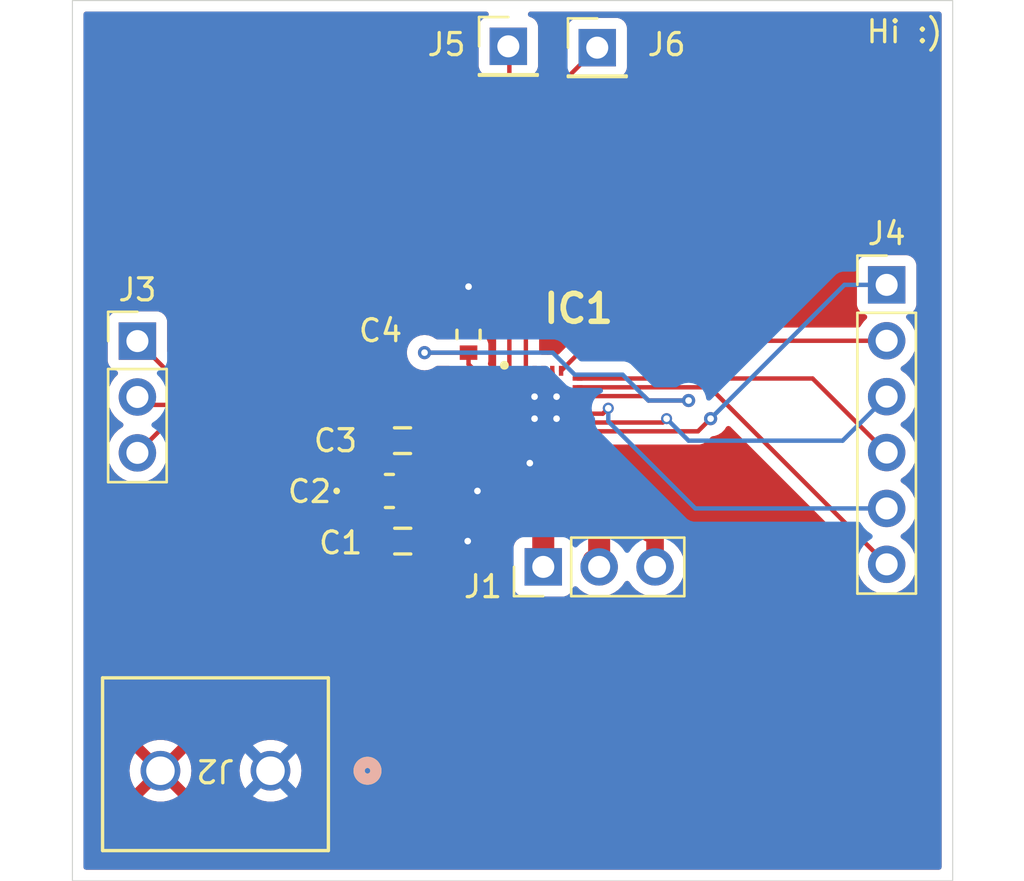
<source format=kicad_pcb>
(kicad_pcb (version 20240108) (generator "pcbnew") (generator_version "8.0")
  (title_block (title "BLDC Motor Driver") (date "2024-07-28") (rev "0"))
  (layers (0 "F.Cu" signal) (31 "B.Cu" signal) (34 "B.Paste" user) (35 "F.Paste" user) (36 "B.SilkS" user "B.Silkscreen") (37 "F.SilkS" user "F.Silkscreen") (38 "B.Mask" user) (39 "F.Mask" user) (44 "Edge.Cuts" user))
  (net 0 "")
  (net 1 "+12V")
  (net 2 "GND")
  (net 3 "/CP")
  (net 4 "+3.3V")
  (net 5 "/NSLEEP")
  (net 6 "/SOC")
  (net 7 "/INLC")
  (net 8 "/NFAULT")
  (net 9 "/OUTA")
  (net 10 "/OUTB")
  (net 11 "/INLA")
  (net 12 "/OUTC")
  (net 13 "/INHB")
  (net 14 "/INHA")
  (net 15 "/INLB")
  (net 16 "/INHC")
  (net 17 "/SOA")
  (net 18 "/SOB")
  (footprint "footprints:CAP_CL21_SAM-M" (layer "F.Cu") (at 144.404807 92.285745)
    (property "Reference" "C2" (at -3.629993 0.022998 0) (layer "F.SilkS"))
    (property "Value" "10 uF")
    (fp_line (start -0.183151 0.752) (end 0.183151 0.752) (stroke (width 0.1524)) (layer "F.SilkS"))
    (fp_line (start 0.183151 -0.752) (end -0.183151 -0.752) (stroke (width 0.1524)) (layer "F.SilkS"))
    (fp_circle (center -2.397 0) (end -2.3208 0) (stroke (width 0.1524)) (fill none) (layer "F.SilkS"))
    (pad "1" smd rect (at -1.0294 0) (size 1.0588 1.3008) (layers "F.Cu" "F.Paste" "F.Mask") (net 1 "+12V"))
    (pad "2" smd rect (at 1.0294 0) (size 1.0588 1.3008) (layers "F.Cu" "F.Paste" "F.Mask") (net 2 "GND"))
    (zone (net 0) (net_name "") (layer "F.Cu") (connect_pads (clearance 0)) (min_thickness 0.254)
      (keepout (tracks not_allowed) (vias not_allowed) (pads allowed) (copperpour not_allowed) (footprints allowed))
      (fill (thermal_gap 0.508) (thermal_bridge_width 0.508))
      (polygon (pts (xy 143.955607 91.711545) (xy 144.854007 91.711545) (xy 144.854007 92.859945) (xy 143.955607 92.859945)))
    )
  )
  (footprint "Connector_PinHeader_2.54mm:PinHeader_1x03_P2.54mm_Vertical" (layer "F.Cu") (at 151.395693 95.735515 90)
    (property "Reference" "J1" (at -0.896351 -2.740659 180) (layer "F.SilkS"))
    (property "Value" "Conn_01x03_Pin")
    (fp_line (start -1.33 -1.33) (end 0 -1.33) (stroke (width 0.12)) (layer "F.SilkS"))
    (fp_line (start -1.33 0) (end -1.33 -1.33) (stroke (width 0.12)) (layer "F.SilkS"))
    (fp_line (start 1.33 1.27) (end 1.33 6.41) (stroke (width 0.12)) (layer "F.SilkS"))
    (fp_line (start -1.33 1.27) (end 1.33 1.27) (stroke (width 0.12)) (layer "F.SilkS"))
    (fp_line (start -1.33 1.27) (end -1.33 6.41) (stroke (width 0.12)) (layer "F.SilkS"))
    (fp_line (start -1.33 6.41) (end 1.33 6.41) (stroke (width 0.12)) (layer "F.SilkS"))
    (pad "1" thru_hole rect (at 0 0 90) (size 1.7 1.7) (drill 1) (layers "*.Cu" "*.Mask") (net 9 "/OUTA"))
    (pad "2" thru_hole oval (at 0 2.54 90) (size 1.7 1.7) (drill 1) (layers "*.Cu" "*.Mask") (net 10 "/OUTB"))
    (pad "3" thru_hole oval (at 0 5.08 90) (size 1.7 1.7) (drill 1) (layers "*.Cu" "*.Mask") (net 12 "/OUTC"))
  )
  (footprint "Connector_PinHeader_2.54mm:PinHeader_1x01_P2.54mm_Vertical" (layer "F.Cu") (at 149.80824 72.080333)
    (property "Reference" "J5" (at -2.80824 -0.080333 0) (layer "F.SilkS"))
    (property "Value" "Conn_01x01_Pin")
    (fp_line (start -1.33 -1.33) (end 0 -1.33) (stroke (width 0.12)) (layer "F.SilkS"))
    (fp_line (start -1.33 0) (end -1.33 -1.33) (stroke (width 0.12)) (layer "F.SilkS"))
    (fp_line (start -1.33 1.27) (end -1.33 1.33) (stroke (width 0.12)) (layer "F.SilkS"))
    (fp_line (start -1.33 1.27) (end 1.33 1.27) (stroke (width 0.12)) (layer "F.SilkS"))
    (fp_line (start -1.33 1.33) (end 1.33 1.33) (stroke (width 0.12)) (layer "F.SilkS"))
    (fp_line (start 1.33 1.27) (end 1.33 1.33) (stroke (width 0.12)) (layer "F.SilkS"))
    (pad "1" thru_hole rect (at 0 0) (size 1.7 1.7) (drill 1) (layers "*.Cu" "*.Mask") (net 8 "/NFAULT"))
  )
  (footprint "footprints:C0603X5R160-104MNP" (layer "F.Cu") (at 145 90 180)
    (property "Reference" "C3" (at 3.0475 0 0) (layer "F.SilkS"))
    (property "Value" "0.1 uF")
    (fp_line (start 0.36555 -0.5842) (end -0.36555 -0.5842) (stroke (width 0.1524)) (layer "F.SilkS"))
    (fp_line (start -0.36555 0.5842) (end 0.36555 0.5842) (stroke (width 0.1524)) (layer "F.SilkS"))
    (pad "1" smd rect (at -0.9525 0 180) (size 0.5588 0.9144) (layers "F.Cu" "F.Paste" "F.Mask") (net 3 "/CP"))
    (pad "2" smd rect (at 0.9525 0 180) (size 0.5588 0.9144) (layers "F.Cu" "F.Paste" "F.Mask") (net 1 "+12V"))
    (zone (net 0) (net_name "") (layer "F.Cu") (connect_pads (clearance 0)) (min_thickness 0.254)
      (keepout (tracks not_allowed) (vias not_allowed) (pads allowed) (copperpour not_allowed) (footprints allowed))
      (fill (thermal_gap 0.508) (thermal_bridge_width 0.508))
      (polygon (pts (xy 145.6223 90.4064) (xy 144.3777 90.4064) (xy 144.3777 89.5936) (xy 145.6223 89.5936)))
    )
  )
  (footprint "Connector_PinHeader_2.54mm:PinHeader_1x06_P2.54mm_Vertical" (layer "F.Cu") (at 167 82.92)
    (property "Reference" "J4" (at 0 -2.33 0) (layer "F.SilkS"))
    (property "Value" "Conn_01x06_Pin")
    (fp_line (start -1.33 -1.33) (end 0 -1.33) (stroke (width 0.12)) (layer "F.SilkS"))
    (fp_line (start -1.33 0) (end -1.33 -1.33) (stroke (width 0.12)) (layer "F.SilkS"))
    (fp_line (start -1.33 1.27) (end -1.33 14.03) (stroke (width 0.12)) (layer "F.SilkS"))
    (fp_line (start -1.33 1.27) (end 1.33 1.27) (stroke (width 0.12)) (layer "F.SilkS"))
    (fp_line (start -1.33 14.03) (end 1.33 14.03) (stroke (width 0.12)) (layer "F.SilkS"))
    (fp_line (start 1.33 1.27) (end 1.33 14.03) (stroke (width 0.12)) (layer "F.SilkS"))
    (pad "1" thru_hole rect (at 0 0) (size 1.7 1.7) (drill 1) (layers "*.Cu" "*.Mask") (net 16 "/INHC"))
    (pad "2" thru_hole oval (at 0 2.54) (size 1.7 1.7) (drill 1) (layers "*.Cu" "*.Mask") (net 7 "/INLC"))
    (pad "3" thru_hole oval (at 0 5.08) (size 1.7 1.7) (drill 1) (layers "*.Cu" "*.Mask") (net 13 "/INHB"))
    (pad "4" thru_hole oval (at 0 7.62) (size 1.7 1.7) (drill 1) (layers "*.Cu" "*.Mask") (net 15 "/INLB"))
    (pad "5" thru_hole oval (at 0 10.16) (size 1.7 1.7) (drill 1) (layers "*.Cu" "*.Mask") (net 14 "/INHA"))
    (pad "6" thru_hole oval (at 0 12.7) (size 1.7 1.7) (drill 1) (layers "*.Cu" "*.Mask") (net 11 "/INLA"))
  )
  (footprint "footprints:C0603X5R160-104MNP" (layer "F.Cu") (at 145.010221 94.564362)
    (property "Reference" "C1" (at -2.820116 0.07961 0) (layer "F.SilkS"))
    (property "Value" "0.1 uF")
    (fp_line (start -0.36555 0.5842) (end 0.36555 0.5842) (stroke (width 0.1524)) (layer "F.SilkS"))
    (fp_line (start 0.36555 -0.5842) (end -0.36555 -0.5842) (stroke (width 0.1524)) (layer "F.SilkS"))
    (pad "1" smd rect (at -0.9525 0) (size 0.5588 0.9144) (layers "F.Cu" "F.Paste" "F.Mask") (net 1 "+12V"))
    (pad "2" smd rect (at 0.9525 0) (size 0.5588 0.9144) (layers "F.Cu" "F.Paste" "F.Mask") (net 2 "GND"))
    (zone (net 0) (net_name "") (layer "F.Cu") (connect_pads (clearance 0)) (min_thickness 0.254)
      (keepout (tracks not_allowed) (vias not_allowed) (pads allowed) (copperpour not_allowed) (footprints allowed))
      (fill (thermal_gap 0.508) (thermal_bridge_width 0.508))
      (polygon (pts (xy 144.387921 94.157962) (xy 145.632521 94.157962) (xy 145.632521 94.970762) (xy 144.387921 94.970762)))
    )
  )
  (footprint "footprints:CAP_CL10_SAM" (layer "F.Cu") (at 148 85.1722 90)
    (property "Reference" "C4" (at 0.1722 -4 0) (layer "F.SilkS"))
    (property "Value" "4.7uF")
    (fp_line (start 0.19245 -0.527) (end -0.19245 -0.527) (stroke (width 0.1524)) (layer "F.SilkS"))
    (fp_line (start -0.19245 0.527) (end 0.19245 0.527) (stroke (width 0.1524)) (layer "F.SilkS"))
    (pad "1" smd rect (at -0.8278 0 90) (size 0.6556 0.8) (layers "F.Cu" "F.Paste" "F.Mask") (net 4 "+3.3V"))
    (pad "2" smd rect (at 0.8278 0 90) (size 0.6556 0.8) (layers "F.Cu" "F.Paste" "F.Mask") (net 2 "GND"))
    (zone (net 0) (net_name "") (layer "F.Cu") (connect_pads (clearance 0)) (min_thickness 0.254)
      (keepout (tracks not_allowed) (vias not_allowed) (pads allowed) (copperpour not_allowed) (footprints allowed))
      (fill (thermal_gap 0.508) (thermal_bridge_width 0.508))
      (polygon (pts (xy 147.6508 85.6214) (xy 147.6508 84.723) (xy 148.3492 84.723) (xy 148.3492 85.6214)))
    )
  )
  (footprint "footprints:DRV8311HRRWR" (layer "F.Cu") (at 151.405 88.375)
    (property "Reference" "IC1" (at 1.595 -4.375 0) (layer "F.SilkS") (effects (font (size 1.27 1.27) (thickness 0.254))))
    (property "Value" "DRV8311HRRWR" (hide yes))
    (fp_circle (center -1.775 -1.8) (end -1.775 -1.7) (stroke (width 0.2)) (fill none) (layer "F.SilkS"))
    (pad "1" smd rect (at -1.55 -1.2 90) (size 0.2 0.45) (layers "F.Cu" "F.Paste" "F.Mask") (net 8 "/NFAULT"))
    (pad "2" smd rect (at -1.55 -0.8 90) (size 0.2 0.45) (layers "F.Cu" "F.Paste" "F.Mask") (net 4 "+3.3V"))
    (pad "3" smd rect (at -1.55 -0.4 90) (size 0.2 0.45) (layers "F.Cu" "F.Paste" "F.Mask") (net 17 "/SOA"))
    (pad "4" smd rect (at -1.55 0 90) (size 0.2 0.45) (layers "F.Cu" "F.Paste" "F.Mask") (net 18 "/SOB"))
    (pad "5" smd rect (at -1.55 0.4 90) (size 0.2 0.45) (layers "F.Cu" "F.Paste" "F.Mask") (net 6 "/SOC"))
    (pad "6" smd rect (at -1.55 0.8 90) (size 0.2 0.45) (layers "F.Cu" "F.Paste" "F.Mask") (net 3 "/CP"))
    (pad "7" smd rect (at -1.55 1.2 90) (size 0.2 0.45) (layers "F.Cu" "F.Paste" "F.Mask") (net 1 "+12V"))
    (pad "8" smd rect (at -0.8 1.55) (size 0.2 0.45) (layers "F.Cu" "F.Paste" "F.Mask") (net 1 "+12V"))
    (pad "9" smd rect (at -0.4 1.55) (size 0.2 0.45) (layers "F.Cu" "F.Paste" "F.Mask") (net 2 "GND"))
    (pad "10" smd rect (at 0 1.55) (size 0.2 0.45) (layers "F.Cu" "F.Paste" "F.Mask") (net 9 "/OUTA"))
    (pad "11" smd rect (at 0.4 1.55) (size 0.2 0.45) (layers "F.Cu" "F.Paste" "F.Mask") (net 10 "/OUTB"))
    (pad "12" smd rect (at 0.8 1.55) (size 0.2 0.45) (layers "F.Cu" "F.Paste" "F.Mask") (net 12 "/OUTC"))
    (pad "13" smd rect (at 1.55 1.2 90) (size 0.2 0.45) (layers "F.Cu" "F.Paste" "F.Mask") (net 16 "/INHC"))
    (pad "14" smd rect (at 1.55 0.8 90) (size 0.2 0.45) (layers "F.Cu" "F.Paste" "F.Mask") (net 13 "/INHB"))
    (pad "15" smd rect (at 1.55 0.4 90) (size 0.2 0.45) (layers "F.Cu" "F.Paste" "F.Mask") (net 14 "/INHA"))
    (pad "16" smd rect (at 1.55 0 90) (size 0.2 0.45) (layers "F.Cu" "F.Paste" "F.Mask") (net 2 "GND"))
    (pad "17" smd rect (at 1.55 -0.4 90) (size 0.2 0.45) (layers "F.Cu" "F.Paste" "F.Mask") (net 4 "+3.3V"))
    (pad "18" smd rect (at 1.55 -0.8 90) (size 0.2 0.45) (layers "F.Cu" "F.Paste" "F.Mask") (net 11 "/INLA"))
    (pad "19" smd rect (at 1.55 -1.2 90) (size 0.2 0.45) (layers "F.Cu" "F.Paste" "F.Mask") (net 15 "/INLB"))
    (pad "20" smd rect (at 0.8 -1.55) (size 0.2 0.45) (layers "F.Cu" "F.Paste" "F.Mask") (net 7 "/INLC"))
    (pad "21" smd rect (at 0.4 -1.55) (size 0.2 0.45) (layers "F.Cu" "F.Paste" "F.Mask") (net 2 "GND"))
    (pad "22" smd rect (at 0 -1.55) (size 0.2 0.45) (layers "F.Cu" "F.Paste" "F.Mask") (net 2 "GND"))
    (pad "23" smd rect (at -0.4 -1.55) (size 0.2 0.45) (layers "F.Cu" "F.Paste" "F.Mask") (net 2 "GND"))
    (pad "24" smd rect (at -0.8 -1.55) (size 0.2 0.45) (layers "F.Cu" "F.Paste" "F.Mask") (net 5 "/NSLEEP"))
    (pad "25" smd rect (at 0 0) (size 1.95 1.95) (layers "F.Cu" "F.Paste" "F.Mask") (net 2 "GND"))
  )
  (footprint "footprints:CONN2_710002_WRE" (layer "F.Cu") (at 139 105 180)
    (property "Reference" "J2" (at 2.5 0 180) (layer "F.SilkS"))
    (property "Value" "Screw_Terminal_01x02")
    (fp_circle (center -4.4088 0) (end -4.0278 0) (stroke (width 0.508)) (fill none) (layer "B.SilkS"))
    (fp_line (start 7.6308 4.221599) (end 7.6308 -3.627001) (stroke (width 0.1524)) (layer "F.SilkS"))
    (fp_line (start 7.6308 -3.627001) (end -2.6308 -3.627001) (stroke (width 0.1524)) (layer "F.SilkS"))
    (fp_line (start -2.6308 4.221599) (end 7.6308 4.221599) (stroke (width 0.1524)) (layer "F.SilkS"))
    (fp_line (start -2.6308 -3.627001) (end -2.6308 4.221599) (stroke (width 0.1524)) (layer "F.SilkS"))
    (fp_circle (center -4.4088 0) (end -4.0278 0) (stroke (width 0.508)) (fill none) (layer "F.SilkS"))
    (pad "1" thru_hole circle (at 0 0 180) (size 1.8034 1.8034) (drill 1.2954) (layers "*.Cu" "*.Mask") (net 2 "GND"))
    (pad "2" thru_hole circle (at 5 0 180) (size 1.8034 1.8034) (drill 1.2954) (layers "*.Cu" "*.Mask") (net 1 "+12V"))
  )
  (footprint "Connector_PinHeader_2.54mm:PinHeader_1x01_P2.54mm_Vertical" (layer "F.Cu") (at 153.848598 72.140863)
    (property "Reference" "J6" (at 3.151402 -0.140863 0) (layer "F.SilkS"))
    (property "Value" "Conn_01x01_Pin")
    (fp_line (start -1.33 -1.33) (end 0 -1.33) (stroke (width 0.12)) (layer "F.SilkS"))
    (fp_line (start -1.33 0) (end -1.33 -1.33) (stroke (width 0.12)) (layer "F.SilkS"))
    (fp_line (start -1.33 1.27) (end -1.33 1.33) (stroke (width 0.12)) (layer "F.SilkS"))
    (fp_line (start -1.33 1.27) (end 1.33 1.27) (stroke (width 0.12)) (layer "F.SilkS"))
    (fp_line (start -1.33 1.33) (end 1.33 1.33) (stroke (width 0.12)) (layer "F.SilkS"))
    (fp_line (start 1.33 1.27) (end 1.33 1.33) (stroke (width 0.12)) (layer "F.SilkS"))
    (pad "1" thru_hole rect (at 0 0) (size 1.7 1.7) (drill 1) (layers "*.Cu" "*.Mask") (net 5 "/NSLEEP"))
  )
  (footprint "Connector_PinHeader_2.54mm:PinHeader_1x03_P2.54mm_Vertical" (layer "F.Cu") (at 132.9525 85.475)
    (property "Reference" "J3" (at 0 -2.33 0) (layer "F.SilkS"))
    (property "Value" "Conn_01x03_Pin")
    (fp_line (start -1.33 -1.33) (end 0 -1.33) (stroke (width 0.12)) (layer "F.SilkS"))
    (fp_line (start -1.33 0) (end -1.33 -1.33) (stroke (width 0.12)) (layer "F.SilkS"))
    (fp_line (start -1.33 1.27) (end -1.33 6.41) (stroke (width 0.12)) (layer "F.SilkS"))
    (fp_line (start -1.33 1.27) (end 1.33 1.27) (stroke (width 0.12)) (layer "F.SilkS"))
    (fp_line (start -1.33 6.41) (end 1.33 6.41) (stroke (width 0.12)) (layer "F.SilkS"))
    (fp_line (start 1.33 1.27) (end 1.33 6.41) (stroke (width 0.12)) (layer "F.SilkS"))
    (pad "1" thru_hole rect (at 0 0) (size 1.7 1.7) (drill 1) (layers "*.Cu" "*.Mask") (net 17 "/SOA"))
    (pad "2" thru_hole oval (at 0 2.54) (size 1.7 1.7) (drill 1) (layers "*.Cu" "*.Mask") (net 18 "/SOB"))
    (pad "3" thru_hole oval (at 0 5.08) (size 1.7 1.7) (drill 1) (layers "*.Cu" "*.Mask") (net 6 "/SOC"))
  )
  (gr_rect (start 130 70) (end 170 110) (stroke (width 0.05)) (fill none) (layer "Edge.Cuts"))
  (gr_text "Hi :)" (at 166 72 0) (layer "F.SilkS") (effects (font (size 1 1)) (justify left bottom)))
  (segment (start 149.855 89.575) (end 149.855 90) (width 0.3) (layer "F.Cu") (net 1))
  (segment (start 150.605 89.925) (end 149.93 89.925) (width 0.2) (layer "F.Cu") (net 1))
  (segment (start 149.93 89.925) (end 149.855 90) (width 0.2) (layer "F.Cu") (net 1))
  (segment (start 149.855 90) (end 149.855 90.855) (width 0.3) (layer "F.Cu") (net 1))
  (segment (start 151.805 86.825) (end 151.405 86.825) (width 0.2) (layer "F.Cu") (net 2))
  (segment (start 150.979717 91.020283) (end 150.784966 91.020283) (width 0.2) (layer "F.Cu") (net 2))
  (segment (start 151.005 86.825) (end 151.405 86.825) (width 0.2) (layer "F.Cu") (net 2))
  (segment (start 148.404807 92.285745) (end 145.434207 92.285745) (width 0.2) (layer "F.Cu") (net 2))
  (segment (start 151.005 89.925) (end 151.005 90.800249) (width 0.2) (layer "F.Cu") (net 2))
  (segment (start 151 88) (end 151.03 88) (width 0.2) (layer "F.Cu") (net 2))
  (segment (start 151.405 86.825) (end 151.405 88.375) (width 0.2) (layer "F.Cu") (net 2))
  (segment (start 145.962721 94.564362) (end 147.962721 94.564362) (width 0.2) (layer "F.Cu") (net 2))
  (segment (start 152 88) (end 151.805 87.975) (width 0.2) (layer "F.Cu") (net 2))
  (segment (start 151.005 86.825) (end 151.005 87.975) (width 0.2) (layer "F.Cu") (net 2))
  (segment (start 152.955 88.375) (end 151.405 88.375) (width 0.2) (layer "F.Cu") (net 2))
  (segment (start 148 84.3444) (end 148 83) (width 0.2) (layer "F.Cu") (net 2))
  (segment (start 151.805 86.825) (end 152 88) (width 0.2) (layer "F.Cu") (net 2))
  (segment (start 151 87.97) (end 151 88) (width 0.2) (layer "F.Cu") (net 2))
  (segment (start 151.03 88) (end 151.405 88.375) (width 0.2) (layer "F.Cu") (net 2))
  (segment (start 151.805 87.975) (end 151.405 88.375) (width 0.2) (layer "F.Cu") (net 2))
  (segment (start 151.005 87.975) (end 151 87.97) (width 0.2) (layer "F.Cu") (net 2))
  (segment (start 151.005 90.800249) (end 150.784966 91.020283) (width 0.2) (layer "F.Cu") (net 2))
  (via (at 152 88) (size 0.6) (drill 0.3) (layers "F.Cu" "B.Cu") (net 2))
  (via (at 151 89) (size 0.6) (drill 0.3) (layers "F.Cu" "B.Cu") (net 2))
  (via (at 150.784966 91.020283) (size 0.6) (drill 0.3) (layers "F.Cu" "B.Cu") (net 2))
  (via (at 148.404807 92.285745) (size 0.6) (drill 0.3) (layers "F.Cu" "B.Cu") (net 2))
  (via (at 148 83) (size 0.6) (drill 0.3) (layers "F.Cu" "B.Cu") (net 2))
  (via (at 152 89) (size 0.6) (drill 0.3) (layers "F.Cu" "B.Cu") (net 2))
  (via (at 147.962721 94.564362) (size 0.6) (drill 0.3) (layers "F.Cu" "B.Cu") (net 2))
  (via (at 151 88) (size 0.6) (drill 0.3) (layers "F.Cu" "B.Cu") (net 2))
  (segment (start 148 90) (end 145.9525 90) (width 0.2) (layer "F.Cu") (net 3))
  (segment (start 148.825 89.175) (end 148 90) (width 0.2) (layer "F.Cu") (net 3))
  (segment (start 149.855 89.175) (end 148.825 89.175) (width 0.2) (layer "F.Cu") (net 3))
  (segment (start 149.855 87.575) (end 149.0472 87.575) (width 0.2) (layer "F.Cu") (net 4))
  (segment (start 155.975 87.975) (end 152.955 87.975) (width 0.2) (layer "F.Cu") (net 4))
  (segment (start 149.0472 87.575) (end 148 86.5278) (width 0.2) (layer "F.Cu") (net 4))
  (segment (start 146 86) (end 148 86) (width 0.2) (layer "F.Cu") (net 4))
  (segment (start 148 86.5278) (end 148 86) (width 0.2) (layer "F.Cu") (net 4))
  (segment (start 158 88.175) (end 156.175 88.175) (width 0.2) (layer "F.Cu") (net 4))
  (segment (start 156.175 88.175) (end 155.975 87.975) (width 0.2) (layer "F.Cu") (net 4))
  (via (at 158 88.175) (size 0.6) (drill 0.3) (layers "F.Cu" "B.Cu") (net 4))
  (via (at 146 86) (size 0.6) (drill 0.3) (layers "F.Cu" "B.Cu") (net 4))
  (segment (start 155 87) (end 156.175 88.175) (width 0.2) (layer "B.Cu") (net 4))
  (segment (start 156.175 88.175) (end 158 88.175) (width 0.2) (layer "B.Cu") (net 4))
  (segment (start 146 86) (end 151.825 86) (width 0.2) (layer "B.Cu") (net 4))
  (segment (start 151.825 86) (end 152.825 87) (width 0.2) (layer "B.Cu") (net 4))
  (segment (start 152.825 87) (end 155 87) (width 0.2) (layer "B.Cu") (net 4))
  (segment (start 150.605 75.384461) (end 153.848598 72.140863) (width 0.2) (layer "F.Cu") (net 5))
  (segment (start 150.605 86.825) (end 150.605 75.384461) (width 0.2) (layer "F.Cu") (net 5))
  (segment (start 149.855 88.775) (end 134.7325 88.775) (width 0.2) (layer "F.Cu") (net 6))
  (segment (start 134.7325 88.775) (end 132.9525 90.555) (width 0.2) (layer "F.Cu") (net 6))
  (segment (start 153.57 85.46) (end 167 85.46) (width 0.2) (layer "F.Cu") (net 7))
  (segment (start 152.205 86.825) (end 153.57 85.46) (width 0.2) (layer "F.Cu") (net 7))
  (segment (start 149.855 72.127093) (end 149.80824 72.080333) (width 0.2) (layer "F.Cu") (net 8))
  (segment (start 149.855 87.175) (end 149.855 72.127093) (width 0.2) (layer "F.Cu") (net 8))
  (segment (start 151.405 95.726208) (end 151.395693 95.735515) (width 0.2) (layer "F.Cu") (net 9))
  (segment (start 151.405 89.925) (end 151.405 92.990693) (width 0.2) (layer "F.Cu") (net 9))
  (segment (start 151.405 92.990693) (end 151.395693 93) (width 0.2) (layer "F.Cu") (net 9))
  (segment (start 151.395693 93) (end 151.395693 95.735515) (width 1) (layer "F.Cu") (net 9))
  (segment (start 153.5975 95.397322) (end 153.5975 93.5975) (width 0.2) (layer "F.Cu") (net 10))
  (segment (start 153 93) (end 152 92) (width 0.5) (layer "F.Cu") (net 10))
  (segment (start 153.5975 93.5975) (end 153.935693 93.935693) (width 1) (layer "F.Cu") (net 10))
  (segment (start 154 95.671208) (end 153.935693 95.735515) (width 0.2) (layer "F.Cu") (net 10))
  (segment (start 153.5975 93.5975) (end 153 93) (width 1) (layer "F.Cu") (net 10))
  (segment (start 152 92) (end 151.805 91.805) (width 0.2) (layer "F.Cu") (net 10))
  (segment (start 153.935693 93.935693) (end 153.935693 95.735515) (width 1) (layer "F.Cu") (net 10))
  (segment (start 151.805 91.805) (end 151.805 89.925) (width 0.2) (layer "F.Cu") (net 10))
  (segment (start 153.5975 95.397322) (end 153.935693 95.735515) (width 0.8) (layer "F.Cu") (net 10))
  (segment (start 152.955 87.575) (end 158.955 87.575) (width 0.2) (layer "F.Cu") (net 11))
  (segment (start 158.955 87.575) (end 167 95.62) (width 0.2) (layer "F.Cu") (net 11))
  (segment (start 152.205 89.925) (end 152.205 90.205) (width 0.2) (layer "F.Cu") (net 12))
  (segment (start 156.195693 94.195693) (end 153 91) (width 0.8) (layer "F.Cu") (net 12))
  (segment (start 156.475693 94.195693) (end 156.475693 95.735515) (width 0.8) (layer "F.Cu") (net 12))
  (segment (start 156.475693 94.195693) (end 156.195693 94.195693) (width 0.8) (layer "F.Cu") (net 12))
  (segment (start 152.205 90.205) (end 153 91) (width 0.2) (layer "F.Cu") (net 12))
  (segment (start 157 89) (end 156.825 89.175) (width 0.2) (layer "F.Cu") (net 13))
  (segment (start 156.825 89.175) (end 152.955 89.175) (width 0.2) (layer "F.Cu") (net 13))
  (via (at 157 89) (size 0.5) (drill 0.3) (layers "F.Cu" "B.Cu") (net 13))
  (segment (start 165 90) (end 167 88) (width 0.2) (layer "B.Cu") (net 13))
  (segment (start 158 90) (end 165 90) (width 0.2) (layer "B.Cu") (net 13))
  (segment (start 157 89) (end 158 90) (width 0.2) (layer "B.Cu") (net 13))
  (segment (start 154.100468 88.775) (end 152.955 88.775) (width 0.2) (layer "F.Cu") (net 14))
  (segment (start 154.350468 88.525) (end 154.100468 88.775) (width 0.2) (layer "F.Cu") (net 14))
  (via micro (at 154.350468 88.525) (size 0.5) (drill 0.3) (layers "F.Cu" "B.Cu") (net 14))
  (segment (start 154.350468 88.525) (end 154.350468 89.125468) (width 0.2) (layer "B.Cu") (net 14))
  (segment (start 154.350468 89.125468) (end 158.305 93.08) (width 0.2) (layer "B.Cu") (net 14))
  (segment (start 158.305 93.08) (end 167 93.08) (width 0.2) (layer "B.Cu") (net 14))
  (segment (start 152.955 87.175) (end 163.635 87.175) (width 0.2) (layer "F.Cu") (net 15))
  (segment (start 163.635 87.175) (end 167 90.54) (width 0.2) (layer "F.Cu") (net 15))
  (segment (start 158.425 89.575) (end 159 89) (width 0.2) (layer "F.Cu") (net 16))
  (segment (start 152.955 89.575) (end 158.425 89.575) (width 0.2) (layer "F.Cu") (net 16))
  (via (at 159 89) (size 0.6) (drill 0.3) (layers "F.Cu" "B.Cu") (net 16))
  (segment (start 159 89) (end 165.08 82.92) (width 0.2) (layer "B.Cu") (net 16))
  (segment (start 165.08 82.92) (end 167 82.92) (width 0.2) (layer "B.Cu") (net 16))
  (segment (start 135.4525 87.975) (end 132.9525 85.475) (width 0.2) (layer "F.Cu") (net 17))
  (segment (start 149.855 87.975) (end 135.4525 87.975) (width 0.2) (layer "F.Cu") (net 17))
  (segment (start 132.9525 88.015) (end 133.3125 88.375) (width 0.2) (layer "F.Cu") (net 18))
  (segment (start 133.3125 88.375) (end 149.855 88.375) (width 0.2) (layer "F.Cu") (net 18))
  (zone (net 1) (net_name "+12V") (layer "F.Cu") (connect_pads (clearance 0.5)) (min_thickness 0.25) (fill yes (thermal_gap 0.5) (thermal_bridge_width 0.5))
    (polygon (pts (xy 170 70) (xy 130 70) (xy 130 110) (xy 170 110)))
  )
  (zone (net 2) (net_name "GND") (layer "B.Cu") (priority 1) (connect_pads (clearance 0.5)) (min_thickness 0.25) (fill yes (thermal_gap 0.5) (thermal_bridge_width 0.5))
    (polygon (pts (xy 170 110) (xy 170 70) (xy 130 70) (xy 130 110)))
  )
)
</source>
